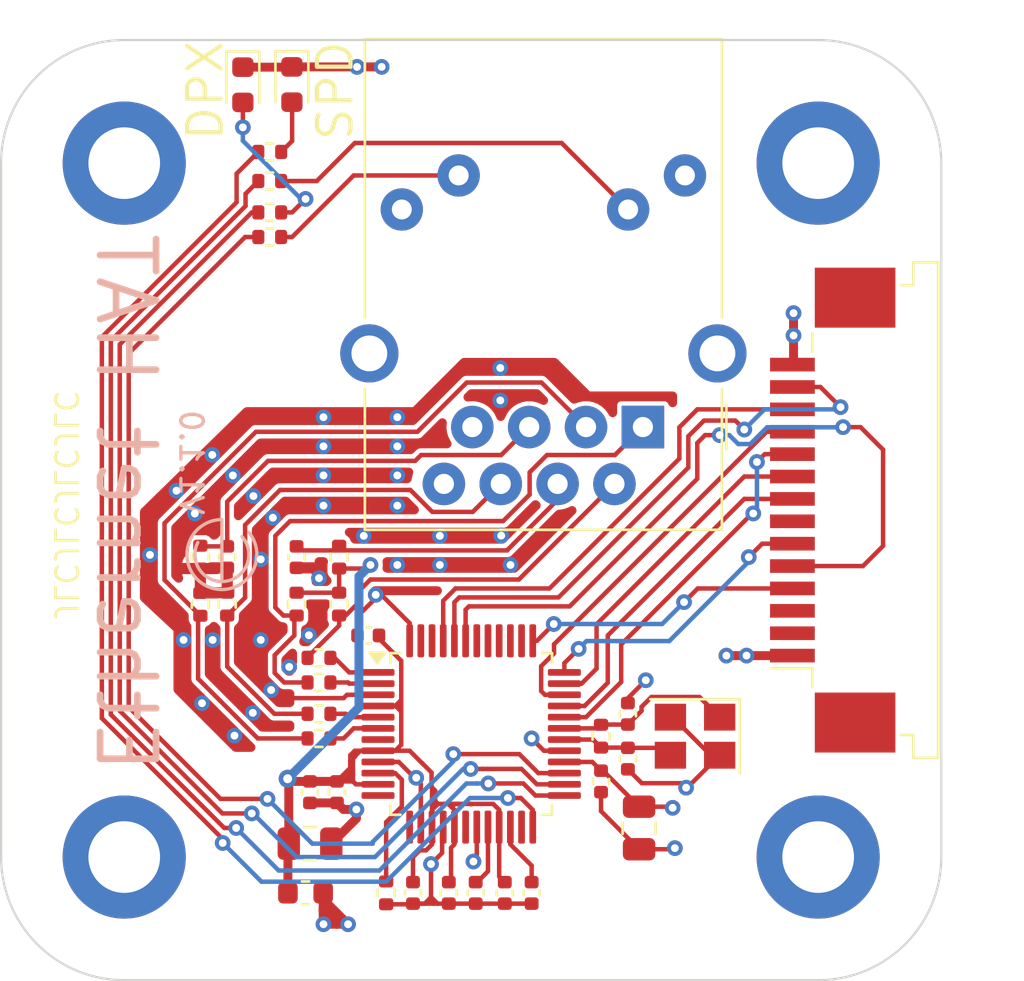
<source format=kicad_pcb>
(kicad_pcb (version 20240108) (generator "pcbnew") (generator_version "8.0")
  (layers (0 "F.Cu" signal) (1 "In1.Cu" signal) (2 "In2.Cu" signal) (31 "B.Cu" signal) (34 "B.Paste" user) (35 "F.Paste" user) (36 "B.SilkS" user "B.Silkscreen") (37 "F.SilkS" user "F.Silkscreen") (38 "B.Mask" user) (39 "F.Mask" user) (44 "Edge.Cuts" user))
  (net 0 "")
  (net 1 "GND")
  (net 2 "Net-(U1-XI{slash}CLKIN)")
  (net 3 "Net-(U1-XO)")
  (net 4 "RCT")
  (net 5 "TCT")
  (net 6 "Net-(U1-TOCAP)")
  (net 8 "Net-(U1-1V2O)")
  (net 12 "3V3A")
  (net 13 "+3.3V")
  (net 15 "Net-(D1-A)")
  (net 16 "Net-(D2-A)")
  (net 17 "/TD+")
  (net 18 "/RD+")
  (net 19 "/TD-")
  (net 20 "Net-(J1-LEDY_K)")
  (net 21 "Net-(J1-LEDG_K)")
  (net 22 "/RD-")
  (net 23 "MISO")
  (net 24 "AUX3")
  (net 25 "MOSI")
  (net 26 "AUX4")
  (net 27 "ETH_CS")
  (net 28 "AUX2")
  (net 34 "SDA1")
  (net 35 "AUX1")
  (net 36 "SCK")
  (net 39 "SCL1")
  (net 40 "AUX5")
  (net 41 "AUX6")
  (net 42 "Net-(U1-TXP)")
  (net 43 "Net-(U1-TXN)")
  (net 44 "Net-(U1-RXP)")
  (net 45 "Net-(U1-RXN)")
  (net 46 "Net-(U1-EXRES1)")
  (net 47 "Net-(U1-LINKLED)")
  (net 48 "Net-(U1-ACTLED)")
  (net 50 "Net-(U1-DUPLED)")
  (net 51 "Net-(U1-SPDLED)")
  (footprint "Resistor_SMD:R_0402_1005Metric" (layer "F.Cu") (at 142.2 104.2 -90)
    (property "Reference" "R7" (hide yes))
    (property "Value" "49.9" (hide yes))
  )
  (footprint "Resistor_SMD:R_0402_1005Metric" (layer "F.Cu") (at 141 84)
    (property "Reference" "R14" (hide yes))
    (property "Value" "330" (hide yes))
  )
  (footprint "Capacitor_SMD:C_0805_2012Metric" (layer "F.Cu") (at 142.8 114.9)
    (property "Reference" "C7" (hide yes))
    (property "Value" "10uf")
  )
  (footprint "Capacitor_SMD:C_0402_1005Metric" (layer "F.Cu") (at 155.8 112.12 -90)
    (property "Reference" "C15" (hide yes))
    (property "Value" "0.1uf")
  )
  (footprint "Capacitor_SMD:C_0402_1005Metric" (layer "F.Cu") (at 142.8 112.6 -90)
    (property "Reference" "C11" (hide yes))
    (property "Value" "0.1uf")
  )
  (footprint "Capacitor_SMD:C_0402_1005Metric" (layer "F.Cu") (at 145.4 105.6 180)
    (property "Reference" "C10" (hide yes))
    (property "Value" "0.1uf")
  )
  (footprint "LED_SMD:LED_0603_1608Metric" (layer "F.Cu") (at 139.8 81 -90)
    (property "Reference" "D2" (hide yes))
    (property "Value" "LED" (hide yes))
  )
  (footprint "Resistor_SMD:R_0402_1005Metric" (layer "F.Cu") (at 137.9 102.1 90)
    (property "Reference" "R15" (hide yes))
    (property "Value" "10" (hide yes))
  )
  (footprint "Resistor_SMD:R_0402_1005Metric" (layer "F.Cu") (at 141 85.3)
    (property "Reference" "R10" (hide yes))
    (property "Value" "330" (hide yes))
  )
  (footprint "Capacitor_SMD:C_0402_1005Metric" (layer "F.Cu") (at 144 112.6 -90)
    (property "Reference" "C12" (hide yes))
    (property "Value" "0.1uf")
  )
  (footprint "Resistor_SMD:R_0402_1005Metric" (layer "F.Cu") (at 137.9 104.21 -90)
    (property "Reference" "R16" (hide yes))
    (property "Value" "49.9" (hide yes))
  )
  (footprint "Resistor_SMD:R_0402_1005Metric" (layer "F.Cu") (at 141 87.8)
    (property "Reference" "R11" (hide yes))
    (property "Value" "330" (hide yes))
  )
  (footprint "Capacitor_SMD:C_0402_1005Metric" (layer "F.Cu") (at 157 111.1 90)
    (property "Reference" "C1" (hide yes))
    (property "Value" "C18pF")
  )
  (footprint "Resistor_SMD:R_0402_1005Metric" (layer "F.Cu") (at 143.2 109.1 180)
    (property "Reference" "R5" (hide yes))
    (property "Value" "33" (hide yes))
  )
  (footprint "Capacitor_SMD:C_0402_1005Metric" (layer "F.Cu") (at 139.1 102.1 -90)
    (property "Reference" "C3" (hide yes))
    (property "Value" "10nF" (hide yes))
  )
  (footprint "Resistor_SMD:R_0402_1005Metric" (layer "F.Cu") (at 141 86.7)
    (property "Reference" "R13" (hide yes))
    (property "Value" "330" (hide yes))
  )
  (footprint "Crystal:Crystal_SMD_3225-4Pin_3.2x2.5mm" (layer "F.Cu") (at 160 110.1 180)
    (property "Reference" "Y1" (hide yes))
    (property "Value" "Crystal_25MHz")
  )
  (footprint "Capacitor_SMD:C_0402_1005Metric" (layer "F.Cu") (at 147.4 117.1 -90)
    (property "Reference" "C8" (hide yes))
    (property "Value" "0.1uf")
  )
  (footprint "Capacitor_SMD:C_0402_1005Metric" (layer "F.Cu") (at 157 109.1 90)
    (property "Reference" "C2" (hide yes))
    (property "Value" "C18pF")
  )
  (footprint "MountingHole:MountingHole_3.2mm_M3_ISO14580_Pad" (layer "F.Cu") (at 165.5 115.5)
    (property "Reference" "H2" (hide yes))
    (property "Value" "MountingHole" (hide yes))
  )
  (footprint "Resistor_SMD:R_0402_1005Metric" (layer "F.Cu") (at 146.2 117.1 -90)
    (property "Reference" "R8" (hide yes))
    (property "Value" "12.4k")
  )
  (footprint "Resistor_SMD:R_0402_1005Metric" (layer "F.Cu") (at 143.2 106.6 180)
    (property "Reference" "R3" (hide yes))
    (property "Value" "33" (hide yes))
  )
  (footprint "Resistor_SMD:R_0402_1005Metric" (layer "F.Cu") (at 139.1 104.2 -90)
    (property "Reference" "R17" (hide yes))
    (property "Value" "49.9" (hide yes))
  )
  (footprint "Capacitor_SMD:C_0805_2012Metric" (layer "F.Cu") (at 157.5 114.2 -90)
    (property "Reference" "C14" (hide yes))
    (property "Value" "10uf")
  )
  (footprint "Resistor_SMD:R_0402_1005Metric" (layer "F.Cu") (at 143.2 110.2 180)
    (property "Reference" "R4" (hide yes))
    (property "Value" "33" (hide yes))
  )
  (footprint "Resistor_SMD:R_0402_1005Metric" (layer "F.Cu") (at 155.8 110.1 90)
    (property "Reference" "R1" (hide yes))
    (property "Value" "R1M")
  )
  (footprint "Package_QFP:LQFP-48_7x7mm_P0.5mm" (layer "F.Cu") (at 150 110)
    (property "Reference" "U1" (hide yes))
    (property "Value" "W5500")
  )
  (footprint "Capacitor_SMD:C_0402_1005Metric" (layer "F.Cu") (at 142.2 102.1 -90)
    (property "Reference" "C4" (hide yes))
    (property "Value" "22nF" (hide yes))
  )
  (footprint "MountingHole:MountingHole_3.2mm_M3_ISO14580_Pad" (layer "F.Cu") (at 165.5 84.5)
    (property "Reference" "H4" (hide yes))
    (property "Value" "MountingHole" (hide yes))
  )
  (footprint "LED_SMD:LED_0603_1608Metric" (layer "F.Cu") (at 141.99 80.9875 -90)
    (property "Reference" "D1" (hide yes))
    (property "Value" "LED" (hide yes))
  )
  (footprint "MountingHole:MountingHole_3.2mm_M3_ISO14580_Pad" (layer "F.Cu") (at 134.5 84.5)
    (property "Reference" "H1" (hide yes))
    (property "Value" "MountingHole" (hide yes))
  )
  (footprint "Resistor_SMD:R_0402_1005Metric" (layer "F.Cu") (at 143.2 107.7 180)
    (property "Reference" "R2" (hide yes))
    (property "Value" "33" (hide yes))
  )
  (footprint "Inductor_SMD:L_0603_1608Metric" (layer "F.Cu") (at 142.6 117.1 180)
    (property "Reference" "L1" (hide yes))
    (property "Value" "10uH")
  )
  (footprint "Capacitor_SMD:C_0402_1005Metric" (layer "F.Cu") (at 151.5 117.1 -90)
    (property "Reference" "C13" (hide yes))
    (property "Value" "0.1uf")
  )
  (footprint "Resistor_SMD:R_0402_1005Metric" (layer "F.Cu") (at 144.1 102.1 90)
    (property "Reference" "R12" (hide yes))
    (property "Value" "10" (hide yes))
  )
  (footprint "MountingHole:MountingHole_3.2mm_M3_ISO14580_Pad" (layer "F.Cu") (at 134.5 115.5)
    (property "Reference" "H3" (hide yes))
    (property "Value" "MountingHole" (hide yes))
  )
  (footprint "Connector_FFC-FPC:TE_1-84952-4_1x14-1MP_P1.0mm_Horizontal" (layer "F.Cu") (at 166.15 100 90)
    (property "Reference" "J2" (hide yes))
    (property "Value" "1-84952-4")
  )
  (footprint "Resistor_SMD:R_0402_1005Metric" (layer "F.Cu") (at 144.1 104.2 -90)
    (property "Reference" "R6" (hide yes))
    (property "Value" "49.9" (hide yes))
  )
  (footprint "Capacitor_SMD:C_0402_1005Metric" (layer "F.Cu") (at 152.7 117.1 -90)
    (property "Reference" "C6" (hide yes))
    (property "Value" "10nf")
  )
  (footprint "Capacitor_SMD:C_0402_1005Metric" (layer "F.Cu") (at 149 117.1 -90)
    (property "Reference" "C9" (hide yes))
    (property "Value" "0.1uf")
  )
  (footprint "Capacitor_SMD:C_0402_1005Metric" (layer "F.Cu") (at 150.2 117.1 -90)
    (property "Reference" "C5" (hide yes))
    (property "Value" "4.7uf")
  )
  (footprint "Connector_RJ:RJ45_Amphenol_RJMG1BD3B8K1ANR" (layer "F.Cu") (at 157.67 96.29 180)
    (property "Reference" "J1" (hide yes))
    (property "Value" "RJ45_Amphenol_RJMG1BD3B8K1ANR")
  )
  (gr_arc (start 140.062551 100.985426) (mid 138.200029 103.399939) (end 138.862552 100.423376) (stroke (width 0.15)) (layer "B.SilkS"))
  (gr_line (start 138.862552 103.185425) (end 138.862552 100.423376) (stroke (width 0.15)) (layer "B.SilkS"))
  (gr_arc (start 139.762552 101.185425) (mid 139.020442 103.179201) (end 137.785519 101.44691) (stroke (width 0.15)) (layer "B.SilkS"))
  (gr_arc (start 165.5 79) (mid 169.389087 80.610913) (end 171 84.5) (stroke (width 0.1)) (layer "Edge.Cuts"))
  (gr_arc (start 134.5 120.999999) (mid 130.610913 119.389087) (end 129.000001 115.5) (stroke (width 0.1)) (layer "Edge.Cuts"))
  (gr_line (start 129 115.5) (end 129 84.5) (stroke (width 0.1)) (layer "Edge.Cuts"))
  (gr_arc (start 171 115.5) (mid 169.389087 119.389087) (end 165.5 121) (stroke (width 0.1)) (layer "Edge.Cuts"))
  (gr_line (start 134.5 79) (end 165.5 79) (stroke (width 0.1)) (layer "Edge.Cuts"))
  (gr_line (start 171 84.5) (end 171 115.5) (stroke (width 0.1)) (layer "Edge.Cuts"))
  (gr_arc (start 129 84.5) (mid 130.610912 80.610912) (end 134.5 79) (stroke (width 0.1)) (layer "Edge.Cuts"))
  (gr_line (start 165.5 121) (end 134.5 120.999999) (stroke (width 0.1)) (layer "Edge.Cuts"))
  (gr_text "V1.1.0" (at 136.9 100.3 270) (layer "B.SilkS") (effects (font (size 1 1)) (justify left bottom mirror)))
  (gr_text "Ethernet HAT" (at 133.1 111.9 -90) (layer "B.SilkS") (effects (font (size 2.5 2.5) (thickness 0.3) (bold yes)) (justify left bottom mirror)))
  (gr_text "SPD" (at 144.8 83.6 90) (layer "F.SilkS") (effects (font (size 1.5 1.5) (thickness 0.1875)) (justify left bottom)))
  (gr_text "DPX" (at 139 83.6 90) (layer "F.SilkS") (effects (font (size 1.5 1.5) (thickness 0.1875)) (justify left bottom)))
  (gr_text "JLCJLCJLCJLC" (at 131.3 105 270) (layer "F.SilkS") (effects (font (size 1 1) (thickness 0.125)) (justify left bottom mirror)))
  (segment (start 155.8 113.45) (end 157.5 115.15) (width 0.2) (layer "F.Cu") (net 1))
  (segment (start 148.204011 117.3) (end 148.22 117.3) (width 0.2) (layer "F.Cu") (net 1))
  (segment (start 148.5 117.58) (end 151.5 117.58) (width 0.2) (layer "F.Cu") (net 1))
  (segment (start 139.8 80.2125) (end 141.9775 80.2125) (width 0.4) (layer "F.Cu") (net 1))
  (segment (start 143.2 103.04) (end 142.74 102.58) (width 0.2) (layer "F.Cu") (net 1))
  (segment (start 160.7 110.95) (end 161.1 110.95) (width 0.2) (layer "F.Cu") (net 1))
  (segment (start 147.25 105.8375) (end 147.25 105.05) (width 0.2) (layer "F.Cu") (net 1))
  (segment (start 142.8 113.08) (end 144 113.08) (width 0.4) (layer "F.Cu") (net 1))
  (segment (start 150.2 115.7) (end 150.1 115.7) (width 0.2) (layer "F.Cu") (net 1))
  (segment (start 157 108.62) (end 157 108.4) (width 0.2) (layer "F.Cu") (net 1))
  (segment (start 159.05 115.15) (end 159.1 115.1) (width 0.2) (layer "F.Cu") (net 1))
  (segment (start 144.45 108.25) (end 144.3 108.4) (width 0.2) (layer "F.Cu") (net 1))
  (segment (start 159.6 112.4) (end 159.8 112.2) (width 0.2) (layer "F.Cu") (net 1))
  (segment (start 148.152005 117.432005) (end 148.3 117.58) (width 0.2) (layer "F.Cu") (net 1))
  (segment (start 147.544546 112.032998) (end 147.75 112.238452) (width 0.2) (layer "F.Cu") (net 1))
  (segment (start 148.7 115.31507) (end 148.204011 115.811059) (width 0.2) (layer "F.Cu") (net 1))
  (segment (start 147.544546 111.958556) (end 147.470104 111.958556) (width 0.2) (layer "F.Cu") (net 1))
  (segment (start 148.204011 117.3) (end 148.204011 115.811059) (width 0.2) (layer "F.Cu") (net 1))
  (segment (start 159.4 112.2) (end 159.6 112.4) (width 0.2) (layer "F.Cu") (net 1))
  (segment (start 141.425428 108.4) (end 141.062714 108.037286) (width 0.2) (layer "F.Cu") (net 1))
  (segment (start 151.5 117.58) (end 152.7 117.58) (width 0.2) (layer "F.Cu") (net 1))
  (segment (start 142.74 102.58) (end 142.2 102.58) (width 0.2) (layer "F.Cu") (net 1))
  (segment (start 146.2 117.61) (end 147.37 117.61) (width 0.2) (layer "F.Cu") (net 1))
  (segment (start 158.9 109.25) (end 159 109.25) (width 0.2) (layer "F.Cu") (net 1))
  (segment (start 144.9 80.2) (end 146 80.2) (width 0.4) (layer "F.Cu") (net 1))
  (segment (start 148.152005 117.352005) (end 148.204011 117.3) (width 0.2) (layer "F.Cu") (net 1))
  (segment (start 164.4 93.5) (end 164.4 92.2) (width 0.4) (layer "F.Cu") (net 1))
  (segment (start 145.73462 103.931066) (end 145.73462 103.78462) (width 0.2) (layer "F.Cu") (net 1))
  (segment (start 147.37 117.61) (end 147.4 117.58) (width 0.2) (layer "F.Cu") (net 1))
  (segment (start 157 108.4) (end 157.8 107.6) (width 0.2) (layer "F.Cu") (net 1))
  (segment (start 144.870245 113.371679) (end 144.870245 113.779755) (width 0.4) (layer "F.Cu") (net 1))
  (segment (start 145.8375 108.25) (end 144.45 108.25) (width 0.2) (layer "F.Cu") (net 1))
  (segment (start 144.291679 113.371679) (end 144 113.08) (width 0.4) (layer "F.Cu") (net 1))
  (segment (start 157.62 112.2) (end 159.4 112.2) (width 0.2) (layer "F.Cu") (net 1))
  (segment (start 159 109.25) (end 160.7 110.95) (width 0.2) (layer "F.Cu") (net 1))
  (segment (start 146.761548 111.25) (end 145.8375 111.25) (width 0.2) (layer "F.Cu") (net 1))
  (segment (start 147.470104 111.958556) (end 146.761548 111.25) (width 0.2) (layer "F.Cu") (net 1))
  (segment (start 152.7 110.2) (end 153.25 110.75) (width 0.2) (layer "F.Cu") (net 1))
  (segment (start 144.870245 113.371679) (end 144.291679 113.371679) (width 0.4) (layer "F.Cu") (net 1))
  (segment (start 147.4 117.58) (end 147.924011 117.58) (width 0.2) (layer "F.Cu") (net 1))
  (segment (start 159.85 112.2) (end 161.1 110.95) (width 0.2) (layer "F.Cu") (net 1))
  (segment (start 147.544546 111.958556) (end 147.544546 112.032998) (width 0.2) (layer "F.Cu") (net 1))
  (segment (start 144.3 108.4) (end 141.425428 108.4) (width 0.2) (layer "F.Cu") (net 1))
  (segment (start 141.99 80.2) (end 144.9 80.2) (width 0.4) (layer "F.Cu") (net 1))
  (segment (start 147.924011 117.58) (end 148.152005 117.352005) (width 0.2) (layer "F.Cu") (net 1))
  (segment (start 148.3 117.58) (end 148.5 117.58) (width 0.2) (layer "F.Cu") (net 1))
  (segment (start 148.75 114.1625) (end 148.7 114.2125) (width 0.2) (layer "F.Cu") (net 1))
  (segment (start 157 111.58) (end 157.62 112.2) (width 0.2) (layer "F.Cu") (net 1))
  (segment (start 164.4 92.2) (end 164.4 91.2) (width 0.4) (layer "F.Cu") (net 1))
  (segment (start 150.25 115.65) (end 150.2 115.7) (width 0.2) (layer "F.Cu") (net 1))
  (segment (start 155.8 112.6) (end 155.8 113.45) (width 0.2) (layer "F.Cu") (net 1))
  (segment (start 141.9775 80.2125) (end 141.99 80.2) (width 0.4) (layer "F.Cu") (net 1))
  (segment (start 147.4 117.58) (end 148.3 117.58) (width 0.2) (layer "F.Cu") (net 1))
  (segment (start 148.7 114.2125) (end 148.7 115.31507) (width 0.2) (layer "F.Cu") (net 1))
  (segment (start 147.25 105.05) (end 145.98462 103.78462) (width 0.2) (layer "F.Cu") (net 1))
  (segment (start 150.25 114.1625) (end 150.25 115.65) (width 0.2) (layer "F.Cu") (net 1))
  (segment (start 159.8 112.2) (end 159.85 112.2) (width 0.2) (layer "F.Cu") (net 1))
  (segment (start 157.5 115.15) (end 159.05 115.15) (width 0.2) (layer "F.Cu") (net 1))
  (segment (start 153.25 110.75) (end 154.1625 110.75) (width 0.2) (layer "F.Cu") (net 1))
  (segment (start 145.98462 103.78462) (end 145.73462 103.78462) (width 0.2) (layer "F.Cu") (net 1))
  (segment (start 144.92 104.745686) (end 145.73462 103.931066) (width 0.2) (layer "F.Cu") (net 1))
  (segment (start 150.1 115.8) (end 150.2 115.7) (width 0.2) (layer "F.Cu") (net 1))
  (segment (start 150.1 115.7) (end 150.1 115.8) (width 0.2) (layer "F.Cu") (net 1))
  (segment (start 148.152005 117.352005) (end 148.152005 117.432005) (width 0.2) (layer "F.Cu") (net 1))
  (segment (start 148.22 117.3) (end 148.5 117.58) (width 0.2) (layer "F.Cu") (net 1))
  (segment (start 144.92 105.6) (end 144.92 104.745686) (width 0.2) (layer "F.Cu") (net 1))
  (segment (start 144.870245 113.779755) (end 143.75 114.9) (width 0.4) (layer "F.Cu") (net 1))
  (segment (start 147.75 112.238452) (end 147.75 114.1625) (width 0.2) (layer "F.Cu") (net 1))
  (via (at 146.7 97.15) (size 0.7) (drill 0.35) (layers "F.Cu" "B.Cu") (net 1))
  (via (at 164.4 92.2) (size 0.7) (drill 0.35) (layers "F.Cu" "B.Cu") (net 1))
  (via (at 143.4 95.85) (size 0.7) (drill 0.35) (layers "F.Cu" "B.Cu") (net 1))
  (via (at 157.8 107.6) (size 0.7) (drill 0.35) (layers "F.Cu" "B.Cu") (net 1))
  (via (at 137.651901 100.151902) (size 0.7) (drill 0.35) (layers "F.Cu" "B.Cu") (net 1))
  (via (at 143.4 99.8) (size 0.7) (drill 0.35) (layers "F.Cu" "B.Cu") (net 1))
  (via (at 139.351901 98.451901) (size 0.7) (drill 0.35) (layers "F.Cu" "B.Cu") (net 1))
  (via (at 137.974235 108.625765) (size 0.7) (drill 0.35) (layers "F.Cu" "B.Cu") (net 1))
  (via (at 140.6 105.8) (size 0.7) (drill 0.35) (layers "F.Cu" "B.Cu") (net 1))
  (via (at 146.7 102.45) (size 0.7) (drill 0.35) (layers "F.Cu" "B.Cu") (net 1))
  (via (at 164.4 91.2) (size 0.7) (drill 0.35) (layers "F.Cu" "B.Cu") (net 1))
  (via (at 136.832319 99.133005) (size 0.7) (drill 0.35) (layers "F.Cu" "B.Cu") (net 1))
  (via (at 147.544546 111.958556) (size 0.7) (drill 0.35) (layers "F.Cu" "B.Cu") (net 1))
  (via (at 150.1 115.7) (size 0.7) (drill 0.35) (layers "F.Cu" "B.Cu") (net 1))
  (via (at 143.4 98.45) (size 0.7) (drill 0.35) (layers "F.Cu" "B.Cu") (net 1))
  (via (at 148.204011 115.811059) (size 0.7) (drill 0.35) (layers "F.Cu" "B.Cu") (net 1))
  (via (at 145.2 101.15) (size 0.7) (drill 0.35) (layers "F.Cu" "B.Cu") (net 1))
  (via (at 144.9 80.2) (size 0.7) (drill 0.35) (layers "F.Cu" "B.Cu") (net 1))
  (via (at 159.6 112.4) (size 0.7) (drill 0.35) (layers "F.Cu" "B.Cu") (net 1))
  (via (at 152.7 110.2) (size 0.7) (drill 0.35) (layers "F.Cu" "B.Cu") (net 1))
  (via (at 151.3 93.65) (size 0.7) (drill 0.35) (layers "F.Cu" "B.Cu") (net 1))
  (via (at 143.2 103.04) (size 0.7) (drill 0.35) (layers "F.Cu" "B.Cu") (net 1))
  (via (at 151.34038 101.14038) (size 0.7) (drill 0.35) (layers "F.Cu" "B.Cu") (net 1))
  (via (at 159.1 115.1) (size 0.7) (drill 0.35) (layers "F.Cu" "B.Cu") (net 1))
  (via (at 148.6 101.15) (size 0.7) (drill 0.35) (layers "F.Cu" "B.Cu") (net 1))
  (via (at 146.7 99.8) (size 0.7) (drill 0.35) (layers "F.Cu" "B.Cu") (net 1))
  (via (at 135.65 102) (size 0.7) (drill 0.35) (layers "F.Cu" "B.Cu") (net 1))
  (via (at 138.45 105.8) (size 0.7) (drill 0.35) (layers "F.Cu" "B.Cu") (net 1))
  (via (at 140.243474 109.056525) (size 0.7) (drill 0.35) (layers "F.Cu" "B.Cu") (net 1))
  (via (at 146.7 98.45) (size 0.7) (drill 0.35) (layers "F.Cu" "B.Cu") (net 1))
  (via (at 140.27114 99.371141) (size 0.7) (drill 0.35) (layers "F.Cu" "B.Cu") (net 1))
  (via (at 144.870245 113.371679) (size 0.7) (drill 0.35) (layers "F.Cu" "B.Cu") (net 1))
  (via (at 137.15 105.8) (size 0.7) (drill 0.35) (layers "F.Cu" "B.Cu") (net 1))
  (via (at 146 80.2) (size 0.7) (drill 0.35) (layers "F.Cu" "B.Cu") (net 1))
  (via (at 146.7 95.85) (size 0.7) (drill 0.35) (layers "F.Cu" "B.Cu") (net 1))
  (via (at 139.424235 110.075765) (size 0.7) (drill 0.35) (layers "F.Cu" "B.Cu") (net 1))
  (via (at 141.870001 107.006094) (size 0.7) (drill 0.35) (layers "F.Cu" "B.Cu") (net 1))
  (via (at 151.75538 102.45) (size 0.7) (drill 0.35) (layers "F.Cu" "B.Cu") (net 1))
  (via (at 141.14038 100.34038) (size 0.7) (drill 0.35) (layers "F.Cu" "B.Cu") (net 1))
  (via (at 140.6 102.2) (size 0.7) (drill 0.35) (layers "F.Cu" "B.Cu") (net 1))
  (via (at 138.43266 97.532664) (size 0.7) (drill 0.35) (layers "F.Cu" "B.Cu") (net 1))
  (via (at 145.73462 103.78462) (size 0.7) (drill 0.35) (layers "F.Cu" "B.Cu") (net 1))
  (via (at 141.062714 108.037286) (size 0.7) (drill 0.35) (layers "F.Cu" "B.Cu") (net 1))
  (via (at 143.4 97.15) (size 0.7) (drill 0.35) (layers "F.Cu" "B.Cu") (net 1))
  (via (at 142.75 105.59038) (size 0.7) (drill 0.35) (layers "F.Cu" "B.Cu") (net 1))
  (via (at 151.3 95.1) (size 0.7) (drill 0.35) (layers "F.Cu" "B.Cu") (net 1))
  (via (at 148.6 102.45) (size 0.7) (drill 0.35) (layers "F.Cu" "B.Cu") (net 1))
  (segment (start 157 110.62) (end 158.57 110.62) (width 0.2) (layer "F.Cu") (net 2))
  (segment (start 156.99 110.61) (end 157 110.62) (width 0.2) (layer "F.Cu") (net 2))
  (segment (start 155.8 110.61) (end 156.99 110.61) (width 0.2) (layer "F.Cu") (net 2))
  (segment (start 155.44 110.25) (end 155.8 110.61) (width 0.2) (layer "F.Cu") (net 2))
  (segment (start 158.57 110.62) (end 158.9 110.95) (width 0.2) (layer "F.Cu") (net 2))
  (segment (start 154.1625 110.25) (end 155.44 110.25) (width 0.2) (layer "F.Cu") (net 2))
  (segment (start 158.05 108.35) (end 157.61 108.79) (width 0.2) (layer "F.Cu") (net 3))
  (segment (start 155.81 109.58) (end 155.8 109.59) (width 0.2) (layer "F.Cu") (net 3))
  (segment (start 155.8 109.59) (end 155.64 109.75) (width 0.2) (layer "F.Cu") (net 3))
  (segment (start 157.61 108.97) (end 157 109.58) (width 0.2) (layer "F.Cu") (net 3))
  (segment (start 160.2 108.35) (end 158.05 108.35) (width 0.2) (layer "F.Cu") (net 3))
  (segment (start 161.1 109.25) (end 160.2 108.35) (width 0.2) (layer "F.Cu") (net 3))
  (segment (start 155.64 109.75) (end 154.1625 109.75) (width 0.2) (layer "F.Cu") (net 3))
  (segment (start 157 109.58) (end 155.81 109.58) (width 0.2) (layer "F.Cu") (net 3))
  (segment (start 157.61 108.79) (end 157.61 108.97) (width 0.2) (layer "F.Cu") (net 3))
  (segment (start 140.923042 97.8) (end 139.1 99.623042) (width 0.2) (layer "F.Cu") (net 4))
  (segment (start 147.76 97.54) (end 147.5 97.8) (width 0.2) (layer "F.Cu") (net 4))
  (segment (start 139.1 99.623042) (end 139.1 101.62) (width 0.2) (layer "F.Cu") (net 4))
  (segment (start 147.5 97.8) (end 140.923042 97.8) (width 0.2) (layer "F.Cu") (net 4))
  (segment (start 137.93 101.62) (end 137.9 101.59) (width 0.2) (layer "F.Cu") (net 4))
  (segment (start 152.59 96.29) (end 151.34 97.54) (width 0.2) (layer "F.Cu") (net 4))
  (segment (start 139.1 101.62) (end 137.93 101.62) (width 0.2) (layer "F.Cu") (net 4))
  (segment (start 151.34 97.54) (end 147.76 97.54) (width 0.2) (layer "F.Cu") (net 4))
  (segment (start 153.86 98.83) (end 153.86 99.54) (width 0.2) (layer "F.Cu") (net 5))
  (segment (start 151.6 101.8) (end 142.48 101.8) (width 0.2) (layer "F.Cu") (net 5))
  (segment (start 153.86 99.54) (end 151.6 101.8) (width 0.2) (layer "F.Cu") (net 5))
  (segment (start 142.48 101.8) (end 142.3 101.62) (width 0.2) (layer "F.Cu") (net 5))
  (segment (start 150.265686 116.62) (end 150.75 116.135686) (width 0.2) (layer "F.Cu") (net 6))
  (segment (start 150.2 116.62) (end 150.265686 116.62) (width 0.2) (layer "F.Cu") (net 6))
  (segment (start 150.75 116.135686) (end 150.75 114.1625) (width 0.2) (layer "F.Cu") (net 6))
  (segment (start 151.75 114.1625) (end 151.75 114.93241) (width 0.2) (layer "F.Cu") (net 8))
  (segment (start 151.75 114.93241) (end 152.7 115.88241) (width 0.2) (layer "F.Cu") (net 8))
  (segment (start 152.7 115.88241) (end 152.7 116.62) (width 0.2) (layer "F.Cu") (net 8))
  (segment (start 144.1 102.61) (end 144.1 103.69) (width 0.2) (layer "F.Cu") (net 12))
  (segment (start 144.6 112) (end 144.85 112.25) (width 0.2) (layer "F.Cu") (net 12))
  (segment (start 141.8125 117.1) (end 141.8125 114.9375) (width 0.4) (layer "F.Cu") (net 12))
  (segment (start 151.25 113.39259) (end 150.98241 113.125) (width 0.2) (layer "F.Cu") (net 12))
  (segment (start 147.98241 115.2) (end 147.7 115.2) (width 0.2) (layer "F.Cu") (net 12))
  (segment (start 144.6 112.12) (end 144 112.12) (width 0.2) (layer "F.Cu") (net 12))
  (segment (start 148.8 113.125) (end 149.4 113.125) (width 0.2) (layer "F.Cu") (net 12))
  (segment (start 149.25 114.1625) (end 149.25 114.93241) (width 0.2) (layer "F.Cu") (net 12))
  (segment (start 148.25 112.39259) (end 148.25 113) (width 0.2) (layer "F.Cu") (net 12))
  (segment (start 144.6 110.95) (end 144.8 110.75) (width 0.2) (layer "F.Cu") (net 12))
  (segment (start 147.25 110.75) (end 147.808556 111.308556) (width 0.2) (layer "F.Cu") (net 12))
  (segment (start 148.25 113) (end 148.39259 113) (width 0.2) (layer "F.Cu") (net 12))
  (segment (start 144.8 111.01759) (end 144.8 111) (width 0.2) (layer "F.Cu") (net 12))
  (segment (start 144.6 112.12) (end 144.72 112.12) (width 0.2) (layer "F.Cu") (net 12))
  (segment (start 144.6 111.8) (end 144.6 112) (width 0.2) (layer "F.Cu") (net 12))
  (segment (start 144.6 111.52) (end 144.6 111.4) (width 0.2) (layer "F.Cu") (net 12))
  (segment (start 148.25 113.2) (end 148.25 114.1625) (width 0.2) (layer "F.Cu") (net 12))
  (segment (start 141.85 112.05) (end 141.8 112) (width 0.4) (layer "F.Cu") (net 12))
  (segment (start 144.8 111) (end 145.05 110.75) (width 0.2) (layer "F.Cu") (net 12))
  (segment (start 148.228705 111.723476) (end 148.228705 112.371295) (width 0.2) (layer "F.Cu") (net 12))
  (segment (start 145.05 110.75) (end 145.8375 110.75) (width 0.2) (layer "F.Cu") (net 12))
  (segment (start 151.25 116.37) (end 151.5 116.62) (width 0.2) (layer "F.Cu") (net 12))
  (segment (start 145.8375 110.75) (end 144.8 110.75) (width 0.2) (layer "F.Cu") (net 12))
  (segment (start 144.6 111.21759) (end 144.8 111.01759) (width 0.2) (layer "F.Cu") (net 12))
  (segment (start 144.6 111.6) (end 144.52 111.6) (width 0.2) (layer "F.Cu") (net 12))
  (segment (start 145.34 102.61) (end 144.1 102.61) (width 0.2) (layer "F.Cu") (net 12))
  (segment (start 144.72 112.12) (end 144.85 112.25) (width 0.2) (layer "F.Cu") (net 12))
  (segment (start 144.8 111.01759) (end 144.72 111.09759) (width 0.2) (layer "F.Cu") (net 12))
  (segment (start 144.6 111.2) (end 144.6 111.6) (width 0.2) (layer "F.Cu") (net 12))
  (segment (start 146.6 108.75) (end 146.625 108.75) (width 0.2) (layer "F.Cu") (net 12))
  (segment (start 142.2 103.69) (end 144.1 103.69) (width 0.2) (layer "F.Cu") (net 12))
  (segment (start 144.6 111.2) (end 144.8 111) (width 0.2) (layer "F.Cu") (net 12))
  (segment (start 141.92 112.12) (end 141.8 112) (width 0.4) (layer "F.Cu") (net 12))
  (segment (start 148.98241 113.125) (end 148.8 113.125) (width 0.2) (layer "F.Cu") (net 12))
  (segment (start 146.725 108.75) (end 146.875 108.6) (width 0.2) (layer "F.Cu") (net 12))
  (segment (start 149.25 114.1625) (end 149.25 113.39259) (width 0.2) (layer "F.Cu") (net 12))
  (segment (start 145.8375 108.75) (end 146.60741 108.75) (width 0.2) (layer "F.Cu") (net 12))
  (segment (start 149.128705 113.271295) (end 148.98241 113.125) (width 0.2) (layer "F.Cu") (net 12))
  (segment (start 142.8 112.12) (end 144 112.12) (width 0.4) (layer "F.Cu") (net 12))
  (segment (start 148.25 113.2) (end 148.44259 113.2) (width 0.2) (layer "F.Cu") (net 12))
  (segment (start 146.6 108.75) (end 146.725 108.75) (width 0.2) (layer "F.Cu") (net 12))
  (segment (start 148.39259 113) (end 148.39259 112.53518) (width 0.2) (layer "F.Cu") (net 12))
  (segment (start 146.875 108.2) (end 146.875 108.6) (width 0.2) (layer "F.Cu") (net 12))
  (segment (start 144.6 111.4) (end 144.6 111.2) (width 0.2) (layer "F.Cu") (net 12))
  (segment (start 148.25 114.93241) (end 147.98241 115.2) (width 0.2) (layer "F.Cu") (net 12))
  (segment (start 145.8375 110.75) (end 146.60741 110.75) (width 0.2) (layer "F.Cu") (net 12))
  (segment (start 149.275 113.125) (end 149.128705 113.271295) (width 0.2) (layer "F.Cu") (net 12))
  (segment (start 144.85 112.25) (end 145.8375 112.25) (width 0.2) (layer "F.Cu") (net 12))
  (segment (start 150.01759 113.125) (end 150 113.14259) (width 0.2) (layer "F.Cu") (net 12))
  (segment (start 145.8 105.65741) (end 146.875 106.73241) (width 0.2) (layer "F.Cu") (net 12))
  (segment (start 144.6 111.2) (end 144.6 110.95) (width 0.2) (layer "F.Cu") (net 12))
  (segment (start 145.5 102.45) (end 145.34 102.61) (width 0.2) (layer "F.Cu") (net 12))
  (segment (start 148.51759 113.125) (end 148.39259 113) (width 0.2) (layer "F.Cu") (net 12))
  (segment (start 149.25 113.39259) (end 149.128705 113.271295) (width 0.2) (layer "F.Cu") (net 12))
  (segment (start 146.875 106.73241) (end 146.875 108.2) (width 0.2) (layer "F.Cu") (net 12))
  (segment (start 149.1 115.08241) (end 149.1 116.52) (width 0.2) (layer "F.Cu") (net 12))
  (segment (start 144.72 111.09759) (end 144.72 112.12) (width 0.2) (layer "F.Cu") (net 12))
  (segment (start 142.8 112.12) (end 141.92 112.12) (width 0.4) (layer "F.Cu") (net 12))
  (segment (start 144.6 111.6) (end 144.6 111.8) (width 0.2) (layer "F.Cu") (net 12))
  (segment (start 149.25 114.93241) (end 149.1 115.08241) (width 0.2) (layer "F.Cu") (net 12))
  (segment (start 150 113.14259) (end 149.98241 113.125) (width 0.2) (layer "F.Cu") (net 12))
  (segment (start 148.25 113.39259) (end 148.51759 113.125) (width 0.2) (layer "F.Cu") (net 12))
  (segment (start 147.7 115.2) (end 147.4 115.5) (width 0.2) (layer "F.Cu") (net 12))
  (segment (start 147.808556 111.308556) (end 147.813785 111.308556) (width 0.2) (layer "F.Cu") (net 12))
  (segment (start 146.625 108.75) (end 146.875 109) (width 0.2) (layer "F.Cu") (net 12))
  (segment (start 146.875 110.48241) (end 146.60741 110.75) (width 0.2) (layer "F.Cu") (net 12))
  (segment (start 148.44259 113.2) (end 148.51759 113.125) (width 0.2) (layer "F.Cu") (net 12))
  (segment (start 147.4 115.5) (end 147.4 116.62) (width 0.2) (layer "F.Cu") (net 12))
  (segment (start 148.25 113) (end 148.25 113.2) (width 0.2) (layer "F.Cu") (net 12))
  (segment (start 146.60741 110.75) (end 147.25 110.75) (width 0.2) (layer "F.Cu") (net 12))
  (segment (start 148.39259 112.53518) (end 148.228705 112.371295) (width 0.2) (layer "F.Cu") (net 12))
  (segment (start 146.875 108.6) (end 146.875 109) (width 0.2) (layer "F.Cu") (net 12))
  (segment (start 151.25 114.1625) (end 151.25 116.37) (width 0.2) (layer "F.Cu") (net 12))
  (segment (start 146.875 108.48241) (end 146.875 108.2) (width 0.2) (layer "F.Cu") (net 12))
  (segment (start 146.875 109) (end 146.875 110.48241) (width 0.2) (layer "F.Cu") (net 12))
  (segment (start 144.52 111.6) (end 144.26 111.86) (width 0.2) (layer "F.Cu") (net 12))
  (segment (start 144 112.12) (end 144.28 112.12) (width 0.2) (layer "F.Cu") (net 12))
  (segment (start 148.51759 113.125) (end 148.8 113.125) (width 0.2) (layer "F.Cu") (net 12))
  (segment (start 148.25 114.1625) (end 148.25 114.93241) (width 0.2) (layer "F.Cu") (net 12))
  (segment (start 145.8375 108.75) (end 146.6 108.75) (width 0.2) (layer "F.Cu") (net 12))
  (segment (start 144.26 111.86) (end 144 112.12) (width 0.2) (layer "F.Cu") (net 12))
  (segment (start 144.28 112.12) (end 144.6 111.8) (width 0.2) (layer "F.Cu") (net 12))
  (segment (start 141.8125 114.9375) (end 141.85 114.9) (width 0.4) (layer "F.Cu") (net 12))
  (segment (start 144.6 111.4) (end 144.6 111.21759) (width 0.2) (layer "F.Cu") (net 12))
  (segment (start 148.228705 112.371295) (end 148.25 112.39259) (width 0.2) (layer "F.Cu") (net 12))
  (segment (start 148.25 114.1625) (end 148.25 113.39259) (width 0.2) (layer "F.Cu") (net 12))
  (segment (start 149.98241 113.125) (end 149.4 113.125) (width 0.2) (layer "F.Cu") (net 12))
  (segment (start 146.60741 108.75) (end 146.875 108.48241) (width 0.2) (layer "F.Cu") (net 12))
  (segment (start 149.1 116.52) (end 149 116.62) (width 0.2) (layer "F.Cu") (net 12))
  (segment (start 144.26 111.86) (end 144.6 111.52) (width 0.2) (layer "F.Cu") (net 12))
  (segment (start 147.813785 111.308556) (end 148.228705 111.723476) (width 0.2) (layer "F.Cu") (net 12))
  (segment (start 151.25 114.1625) (end 151.25 113.39259) (width 0.2) (layer "F.Cu") (net 12))
  (segment (start 150.98241 113.125) (end 150.01759 113.125) (width 0.2) (layer "F.Cu") (net 12))
  (segment (start 141.85 114.9) (end 141.85 112.05) (width 0.4) (layer "F.Cu") (net 12))
  (segment (start 149.4 113.125) (end 149.275 113.125) (width 0.2) (layer "F.Cu") (net 12))
  (via (at 145.5 102.45) (size 0.7) (drill 0.35) (layers "F.Cu" "B.Cu") (net 12))
  (via (at 141.8 112) (size 0.8) (drill 0.4) (layers "F.Cu" "B.Cu") (net 12))
  (segment (start 144.98462 108.81538) (end 144.98462 102.96538) (width 0.4) (layer "B.Cu") (net 12))
  (segment (start 144.98462 102.96538) (end 145.5 102.45) (width 0.4) (layer "B.Cu") (net 12))
  (segment (start 141.8 112) (end 144.98462 108.81538) (width 0.4) (layer "B.Cu") (net 12))
  (segment (start 143.3875 117.8) (end 143.3875 117.8875) (width 0.4) (layer "F.Cu") (net 13))
  (segment (start 158.95 113.25) (end 159 113.3) (width 0.2) (layer "F.Cu") (net 13))
  (segment (start 144 118.5) (end 143.4 118.5) (width 0.4) (layer "F.Cu") (net 13))
  (segment (start 143.3875 117.1) (end 143.3875 117.8) (width 0.4) (layer "F.Cu") (net 13))
  (segment (start 162.3 106.5) (end 164.35 106.5) (width 0.4) (layer "F.Cu") (net 13))
  (segment (start 155.89 111.64) (end 157.5 113.25) (width 0.2) (layer "F.Cu") (net 13))
  (segment (start 143.3875 117.3875) (end 144.5 118.5) (width 0.4) (layer "F.Cu") (net 13))
  (segment (start 155.41 111.25) (end 154.1625 111.25) (width 0.2) (layer "F.Cu") (net 13))
  (segment (start 161.4 106.5) (end 161.5 106.5) (width 0.4) (layer "F.Cu") (net 13))
  (segment (start 143.3875 117.1) (end 143.3875 117.3875) (width 0.4) (layer "F.Cu") (net 13))
  (segment (start 157.5 113.25) (end 158.95 113.25) (width 0.2) (layer "F.Cu") (net 13))
  (segment (start 155.8 111.64) (end 155.89 111.64) (width 0.2) (layer "F.Cu") (net 13))
  (segment (start 143.3875 117.8) (end 143.3875 118.4875) (width 0.4) (layer "F.Cu") (net 13))
  (segment (start 144.5 118.5) (end 144 118.5) (width 0.4) (layer "F.Cu") (net 13))
  (segment (start 161.4 106.5) (end 162.3 106.5) (width 0.4) (layer "F.Cu") (net 13))
  (segment (start 155.8 111.64) (end 155.41 111.25) (width 0.2) (layer "F.Cu") (net 13))
  (segment (start 143.3875 117.8875) (end 144 118.5) (width 0.4) (layer "F.Cu") (net 13))
  (segment (start 143.3875 118.4875) (end 143.4 118.5) (width 0.4) (layer "F.Cu") (net 13))
  (via (at 143.4 118.5) (size 0.7) (drill 0.35) (layers "F.Cu" "B.Cu") (net 13))
  (via (at 144.5 118.5) (size 0.7) (drill 0.35) (layers "F.Cu" "B.Cu") (net 13))
  (via (at 161.4 106.5) (size 0.7) (drill 0.35) (layers "F.Cu" "B.Cu") (net 13))
  (via (at 159 113.3) (size 0.7) (drill 0.35) (layers "F.Cu" "B.Cu") (net 13))
  (via (at 162.3 106.5) (size 0.7) (drill 0.35) (layers "F.Cu" "B.Cu") (net 13))
  (segment (start 141.51 84) (end 142 83.51) (width 0.2) (layer "F.Cu") (net 15))
  (segment (start 142 83.51) (end 142 81.785) (width 0.2) (layer "F.Cu") (net 15))
  (segment (start 142 81.785) (end 141.99 81.775) (width 0.2) (layer "F.Cu") (net 15))
  (segment (start 139.8 82.9) (end 139.8 81.7875) (width 0.2) (layer "F.Cu") (net 16))
  (segment (start 141.51 86.7) (end 142 86.7) (width 0.2) (layer "F.Cu") (net 16))
  (segment (start 139.8 81.7875) (end 139.8 81.89) (width 0.2) (layer "F.Cu") (net 16))
  (segment (start 142 86.7) (end 142.6 86.1) (width 0.2) (layer "F.Cu") (net 16))
  (via (at 139.8 82.9) (size 0.7) (drill 0.35) (layers "F.Cu" "B.Cu") (net 16))
  (via (at 142.6 86.1) (size 0.7) (drill 0.35) (layers "F.Cu" "B.Cu") (net 16))
  (segment (start 139.8 83.5) (end 142.4 86.1) (width 0.2) (layer "B.Cu") (net 16))
  (segment (start 139.8 82.9) (end 139.8 83.5) (width 0.2) (layer "B.Cu") (net 16))
  (segment (start 142.4 86.1) (end 142.6 86.1) (width 0.2) (layer "B.Cu") (net 16))
  (segment (start 141.220001 106.479999) (end 142.1 105.6) (width 0.2) (layer "F.Cu") (net 17))
  (segment (start 141.25 101.15) (end 141.90962 100.49038) (width 0.2) (layer "F.Cu") (net 17))
  (segment (start 141.220001 107.275333) (end 141.220001 106.479999) (width 0.2) (layer "F.Cu") (net 17))
  (segment (start 141.90962 100.49038) (end 151.427387 100.49038) (width 0.2) (layer "F.Cu") (net 17))
  (segment (start 156.42 97.54) (end 157.67 96.29) (width 0.2) (layer "F.Cu") (net 17))
  (segment (start 151.427387 100.49038) (end 152.61 99.307767) (width 0.2) (layer "F.Cu") (net 17))
  (segment (start 152.61 99.307767) (end 152.61 98.312233) (width 0.2) (layer "F.Cu") (net 17))
  (segment (start 142.1 104.81) (end 142.2 104.71) (width 0.2) (layer "F.Cu") (net 17))
  (segment (start 142.69 107.7) (end 141.644668 107.7) (width 0.2) (layer "F.Cu") (net 17))
  (segment (start 141.644668 107.7) (end 141.220001 107.275333) (width 0.2) (layer "F.Cu") (net 17))
  (segment (start 141.25 104.35) (end 141.25 101.15) (width 0.2) (layer "F.Cu") (net 17))
  (segment (start 153.382233 97.54) (end 156.42 97.54) (width 0.2) (layer "F.Cu") (net 17))
  (segment (start 152.61 98.312233) (end 153.382233 97.54) (width 0.2) (layer "F.Cu") (net 17))
  (segment (start 142.2 104.71) (end 141.61 104.71) (width 0.2) (layer "F.Cu") (net 17))
  (segment (start 142.1 105.6) (end 142.1 104.81) (width 0.2) (layer "F.Cu") (net 17))
  (segment (start 141.61 104.71) (end 141.25 104.35) (width 0.2) (layer "F.Cu") (net 17))
  (segment (start 137.8 104.82) (end 137.9 104.72) (width 0.2) (layer "F.Cu") (net 18))
  (segment (start 149.8 94.3) (end 153.14 94.3) (width 0.2) (layer "F.Cu") (net 18))
  (segment (start 142.69 110.2) (end 140.46771 110.2) (width 0.2) (layer "F.Cu") (net 18))
  (segment (start 153.14 94.3) (end 155.13 96.29) (width 0.2) (layer "F.Cu") (net 18))
  (segment (start 136.3 103.12) (end 136.3 100.584563) (width 0.2) (layer "F.Cu") (net 18))
  (segment (start 137.8 107.53229) (end 137.8 104.82) (width 0.2) (layer "F.Cu") (net 18))
  (segment (start 140.384563 96.5) (end 147.6 96.5) (width 0.2) (layer "F.Cu") (net 18))
  (segment (start 136.3 100.584563) (end 140.384563 96.5) (width 0.2) (layer "F.Cu") (net 18))
  (segment (start 140.46771 110.2) (end 137.8 107.53229) (width 0.2) (layer "F.Cu") (net 18))
  (segment (start 147.6 96.5) (end 149.8 94.3) (width 0.2) (layer "F.Cu") (net 18))
  (segment (start 137.9 104.72) (end 136.3 103.12) (width 0.2) (layer "F.Cu") (net 18))
  (segment (start 145.500001 103.1) (end 145.08462 103.515381) (width 0.2) (layer "F.Cu") (net 19))
  (segment (start 142.69 106.569619) (end 142.69 106.6) (width 0.2) (layer "F.Cu") (net 19))
  (segment (start 144.1 105.159619) (end 142.69 106.569619) (width 0.2) (layer "F.Cu") (net 19))
  (segment (start 145.08462 104.01538) (end 144.39 104.71) (width 0.2) (layer "F.Cu") (net 19))
  (segment (start 144.1 104.71) (end 144.1 105.159619) (width 0.2) (layer "F.Cu") (net 19))
  (segment (start 145.08462 103.515381) (end 145.08462 104.01538) (width 0.2) (layer "F.Cu") (net 19))
  (segment (start 144.39 104.71) (end 144.1 104.71) (width 0.2) (layer "F.Cu") (net 19))
  (segment (start 156.4 98.83) (end 152.13 103.1) (width 0.2) (layer "F.Cu") (net 19))
  (segment (start 152.13 103.1) (end 145.500001 103.1) (width 0.2) (layer "F.Cu") (net 19))
  (segment (start 141.51 87.8) (end 142 87.8) (width 0.2) (layer "F.Cu") (net 20))
  (segment (start 144.75 85.05) (end 149.44 85.05) (width 0.2) (layer "F.Cu") (net 20))
  (segment (start 142 87.8) (end 144.75 85.05) (width 0.2) (layer "F.Cu") (net 20))
  (segment (start 157.01 86.57) (end 154.04 83.6) (width 0.2) (layer "F.Cu") (net 21))
  (segment (start 144.8 83.6) (end 143.1 85.3) (width 0.2) (layer "F.Cu") (net 21))
  (segment (start 143.1 85.3) (end 141.51 85.3) (width 0.2) (layer "F.Cu") (net 21))
  (segment (start 154.04 83.6) (end 144.8 83.6) (width 0.2) (layer "F.Cu") (net 21))
  (segment (start 147.282233 99.1) (end 148.262233 100.08) (width 0.2) (layer "F.Cu") (net 22))
  (segment (start 139.1 104.71) (end 139.9 103.91) (width 0.2) (layer "F.Cu") (net 22))
  (segment (start 141.206189 109.1) (end 142.69 109.1) (width 0.2) (layer "F.Cu") (net 22))
  (segment (start 139.9 100.661521) (end 141.461521 99.1) (width 0.2) (layer "F.Cu") (net 22))
  (segment (start 139.1 106.993811) (end 141.206189 109.1) (width 0.2) (layer "F.Cu") (net 22))
  (segment (start 148.262233 100.08) (end 150.07 100.08) (width 0.2) (layer "F.Cu") (net 22))
  (segment (start 139.1 104.71) (end 139.1 106.993811) (width 0.2) (layer "F.Cu") (net 22))
  (segment (start 150.07 100.08) (end 151.32 98.83) (width 0.2) (layer "F.Cu") (net 22))
  (segment (start 139.9 103.91) (end 139.9 100.661521) (width 0.2) (layer "F.Cu") (net 22))
  (segment (start 141.461521 99.1) (end 147.282233 99.1) (width 0.2) (layer "F.Cu") (net 22))
  (segment (start 153.125 108.08241) (end 153.29259 108.25) (width 0.2) (layer "F.Cu") (net 23))
  (segment (start 153.29259 108.25) (end 154.1625 108.25) (width 0.2) (layer "F.Cu") (net 23))
  (segment (start 153.7 106.4) (end 153.125 106.975) (width 0.2) (layer "F.Cu") (net 23))
  (segment (start 164.35 96.5) (end 163.195835 96.5) (width 0.2) (layer "F.Cu") (net 23))
  (segment (start 153.125 106.975) (end 153.125 108.08241) (width 0.2) (layer "F.Cu") (net 23))
  (segment (start 153.7 105.995835) (end 153.7 106.4) (width 0.2) (layer "F.Cu") (net 23))
  (segment (start 163.195835 96.5) (end 153.7 105.995835) (width 0.2) (layer "F.Cu") (net 23))
  (segment (start 154.93241 107.75) (end 154.1625 107.75) (width 0.2) (layer "F.Cu") (net 25))
  (segment (start 164.35 98.5) (end 162.2 98.5) (width 0.2) (layer "F.Cu") (net 25))
  (segment (start 155.6 105.1) (end 155.6 107.08241) (width 0.2) (layer "F.Cu") (net 25))
  (segment (start 155.6 107.08241) (end 154.93241 107.75) (width 0.2) (layer "F.Cu") (net 25))
  (segment (start 162.2 98.5) (end 155.6 105.1) (width 0.2) (layer "F.Cu") (net 25))
  (segment (start 163 101.5) (end 164.35 101.5) (width 0.2) (layer "F.Cu") (net 26))
  (segment (start 162.4 102.1) (end 163 101.5) (width 0.2) (layer "F.Cu") (net 26))
  (segment (start 154.1625 107.25) (end 154.1625 106.8375) (width 0.2) (layer "F.Cu") (net 26))
  (segment (start 154.1625 106.8375) (end 154.8 106.2) (width 0.2) (layer "F.Cu") (net 26))
  (via (at 162.4 102.1) (size 0.7) (drill 0.35) (layers "F.Cu" "B.Cu") (net 26))
  (via (at 154.8 106.2) (size 0.7) (drill 0.35) (layers "F.Cu" "B.Cu") (net 26))
  (segment (start 158.85 105.85) (end 155.15 105.85) (width 0.2) (layer "B.Cu") (net 26))
  (segment (start 162.4 102.1) (end 162.4 102.3) (width 0.2) (layer "B.Cu") (net 26))
  (segment (start 162.4 102.3) (end 158.85 105.85) (width 0.2) (layer "B.Cu") (net 26))
  (segment (start 155.15 105.85) (end 154.8 106.2) (width 0.2) (layer "B.Cu") (net 26))
  (segment (start 156.7 107.679468) (end 155.129468 109.25) (width 0.2) (layer "F.Cu") (net 27))
  (segment (start 162.55 100.15) (end 156.7 106) (width 0.2) (layer "F.Cu") (net 27))
  (segment (start 156.7 106) (end 156.7 107.679468) (width 0.2) (layer "F.Cu") (net 27))
  (segment (start 155.129468 109.25) (end 154.1625 109.25) (width 0.2) (layer "F.Cu") (net 27))
  (segment (start 164.35 97.5) (end 163.115074 97.5) (width 0.2) (layer "F.Cu") (net 27))
  (segment (start 162.6 100.15) (end 162.55 100.15) (width 0.2) (layer "F.Cu") (net 27))
  (segment (start 163.115074 97.5) (end 162.765073 97.850001) (width 0.2) (layer "F.Cu") (net 27))
  (via (at 162.6 100.15) (size 0.7) (drill 0.35) (layers "F.Cu" "B.Cu") (net 27))
  (via (at 162.765073 97.850001) (size 0.7) (drill 0.35) (layers "F.Cu" "B.Cu") (net 27))
  (segment (start 162.6 100.1) (end 162.6 100.15) (width 0.2) (layer "B.Cu") (net 27))
  (segment (start 162.765073 97.850001) (end 162.765073 99.934927) (width 0.2) (layer "B.Cu") (net 27))
  (segment (start 162.765073 99.934927) (end 162.6 100.1) (width 0.2) (layer "B.Cu") (net 27))
  (segment (start 148.75 105.8375) (end 148.75 104.05) (width 0.2) (layer "F.Cu") (net 28))
  (segment (start 159.3 96.3) (end 160.1 95.5) (width 0.2) (layer "F.Cu") (net 28))
  (segment (start 149.3 103.5) (end 153.497767 103.5) (width 0.2) (layer "F.Cu") (net 28))
  (segment (start 153.497767 103.5) (end 159.3 97.697767) (width 0.2) (layer "F.Cu") (net 28))
  (segment (start 160.1 95.5) (end 164.35 95.5) (width 0.2) (layer "F.Cu") (net 28))
  (segment (start 159.3 97.697767) (end 159.3 96.3) (width 0.2) (layer "F.Cu") (net 28))
  (segment (start 148.75 104.05) (end 149.3 103.5) (width 0.2) (layer "F.Cu") (net 28))
  (segment (start 160.4 96) (end 159.7 96.7) (width 0.2) (layer "F.Cu") (net 35))
  (segment (start 161.8 96) (end 160.4 96) (width 0.2) (layer "F.Cu") (net 35))
  (segment (start 159.7 98.1) (end 153.9 103.9) (width 0.2) (layer "F.Cu") (net 35))
  (segment (start 159.7 96.7) (end 159.7 98.1) (width 0.2) (layer "F.Cu") (net 35))
  (segment (start 149.465686 103.9) (end 149.25 104.115686) (width 0.2) (layer "F.Cu") (net 35))
  (segment (start 149.25 104.115686) (end 149.25 105.8375) (width 0.2) (layer "F.Cu") (net 35))
  (segment (start 164.35 94.5) (end 165.6 94.5) (width 0.2) (layer "F.Cu") (net 35))
  (segment (start 165.6 94.5) (end 166.5 95.4) (width 0.2) (layer "F.Cu") (net 35))
  (segment (start 153.9 103.9) (end 149.465686 103.9) (width 0.2) (layer "F.Cu") (net 35))
  (segment (start 162.2 96.4) (end 161.8 96) (width 0.2) (layer "F.Cu") (net 35))
  (via (at 166.5 95.4) (size 0.7) (drill 0.35) (layers "F.Cu" "B.Cu") (net 35))
  (via (at 162.2 96.4) (size 0.7) (drill 0.35) (layers "F.Cu" "B.Cu") (net 35))
  (segment (start 166.4 95.5) (end 163.1 95.5) (width 0.2) (layer "B.Cu") (net 35))
  (segment (start 163.1 95.5) (end 162.2 96.4) (width 0.2) (layer "B.Cu") (net 35))
  (segment (start 166.5 95.4) (end 166.4 95.5) (width 0.2) (layer "B.Cu") (net 35))
  (segment (start 156.1 107.713782) (end 156.1 105.6) (width 0.2) (layer "F.Cu") (net 36))
  (segment (start 156.1 105.6) (end 162.2 99.5) (width 0.2) (layer "F.Cu") (net 36))
  (segment (start 154.1625 108.75) (end 155.063782 108.75) (width 0.2) (layer "F.Cu") (net 36))
  (segment (start 162.2 99.5) (end 164.35 99.5) (width 0.2) (layer "F.Cu") (net 36))
  (segment (start 155.063782 108.75) (end 156.1 107.713782) (width 0.2) (layer "F.Cu") (net 36))
  (segment (start 166.611632 96.293053) (end 167.393053 96.293053) (width 0.2) (layer "F.Cu") (net 40))
  (segment (start 160.45 96.65) (end 160.1 97) (width 0.2) (layer "F.Cu") (net 40))
  (segment (start 167.5 102.5) (end 164.35 102.5) (width 0.2) (layer "F.Cu") (net 40))
  (segment (start 160.1 97) (end 160.1 98.6) (width 0.2) (layer "F.Cu") (net 40))
  (segment (start 168.4 97.3) (end 168.4 101.6) (width 0.2) (layer "F.Cu") (net 40))
  (segment (start 149.75 104.45) (end 149.75 105.8375) (width 0.2) (layer "F.Cu") (net 40))
  (segment (start 168.4 101.6) (end 167.5 102.5) (width 0.2) (layer "F.Cu") (net 40))
  (segment (start 149.9 104.3) (end 149.75 104.45) (width 0.2) (layer "F.Cu") (net 40))
  (segment (start 160.1 98.6) (end 154.4 104.3) (width 0.2) (layer "F.Cu") (net 40))
  (segment (start 167.393053 96.293053) (end 168.4 97.3) (width 0.2) (layer "F.Cu") (net 40))
  (segment (start 161.1 96.65) (end 160.45 96.65) (width 0.2) (layer "F.Cu") (net 40))
  (segment (start 154.4 104.3) (end 149.9 104.3) (width 0.2) (layer "F.Cu") (net 40))
  (via (at 166.611632 96.293053) (size 0.7) (drill 0.35) (layers "F.Cu" "B.Cu") (net 40))
  (via (at 161.1 96.65) (size 0.7) (drill 0.35) (layers "F.Cu" "B.Cu") (net 40))
  (segment (start 163.219239 96.3) (end 166.604685 96.3) (width 0.2) (layer "B.Cu") (net 40))
  (segment (start 162.469239 97.05) (end 163.219239 96.3) (width 0.2) (layer "B.Cu") (net 40))
  (segment (start 161.1 96.65) (end 161.530761 96.65) (width 0.2) (layer "B.Cu") (net 40))
  (segment (start 166.604685 96.3) (end 166.611632 96.293053) (width 0.2) (layer "B.Cu") (net 40))
  (segment (start 161.930761 97.05) (end 162.469239 97.05) (width 0.2) (layer "B.Cu") (net 40))
  (segment (start 161.530761 96.65) (end 161.930761 97.05) (width 0.2) (layer "B.Cu") (net 40))
  (segment (start 160.11924 103.5) (end 164.35 103.5) (width 0.2) (layer "F.Cu") (net 41))
  (segment (start 152.939096 105.8375) (end 153.688298 105.088298) (width 0.2) (layer "F.Cu") (net 41))
  (segment (start 152.75 105.8375) (end 152.939096 105.8375) (width 0.2) (layer "F.Cu") (net 41))
  (segment (start 159.50962 104.10962) (end 160.11924 103.5) (width 0.2) (layer "F.Cu") (net 41))
  (via (at 159.50962 104.10962) (size 0.7) (drill 0.35) (layers "F.Cu" "B.Cu") (net 41))
  (via (at 153.688298 105.088298) (size 0.7) (drill 0.35) (layers "F.Cu" "B.Cu") (net 41))
  (segment (start 159.50962 104.10962) (end 158.530942 105.088298) (width 0.2) (layer "B.Cu") (net 41))
  (segment (start 158.530942 105.088298) (end 153.688298 105.088298) (width 0.2) (layer "B.Cu") (net 41))
  (segment (start 144.5 107.7) (end 144.55 107.75) (width 0.2) (layer "F.Cu") (net 42))
  (segment (start 144.55 107.75) (end 145.8375 107.75) (width 0.2) (layer "F.Cu") (net 42))
  (segment (start 143.71 107.7) (end 144.5 107.7) (width 0.2) (layer "F.Cu") (net 42))
  (segment (start 144.55 107.25) (end 143.9 106.6) (width 0.2) (layer "F.Cu") (net 43))
  (segment (start 143.9 106.6) (end 143.71 106.6) (width 0.2) (layer "F.Cu") (net 43))
  (segment (start 145.8375 107.25) (end 144.55 107.25) (width 0.2) (layer "F.Cu") (net 43))
  (segment (start 144.75 109.75) (end 145.8375 109.75) (width 0.2) (layer "F.Cu") (net 44))
  (segment (start 143.71 110.2) (end 144.3 110.2) (width 0.2) (layer "F.Cu") (net 44))
  (segment (start 144.3 110.2) (end 144.75 109.75) (width 0.2) (layer "F.Cu") (net 44))
  (segment (start 143.71 109.1) (end 144.4 109.1) (width 0.2) (layer "F.Cu") (net 45))
  (segment (start 144.4 109.1) (end 144.55 109.25) (width 0.2) (layer "F.Cu") (net 45))
  (segment (start 144.55 109.25) (end 145.8375 109.25) (width 0.2) (layer "F.Cu") (net 45))
  (segment (start 146.9 112.04259) (end 146.9 113.24259) (width 0.2) (layer "F.Cu") (net 46))
  (segment (start 146.60741 111.75) (end 146.9 112.04259) (width 0.2) (layer "F.Cu") (net 46))
  (segment (start 146.9 113.24259) (end 146.2 113.94259) (width 0.2) (layer "F.Cu") (net 46))
  (segment (start 146.2 113.94259) (end 146.2 116.59) (width 0.2) (layer "F.Cu") (net 46))
  (segment (start 145.8375 111.75) (end 146.60741 111.75) (width 0.2) (layer "F.Cu") (net 46))
  (segment (start 152.330914 112.211675) (end 152.869239 112.75) (width 0.2) (layer "F.Cu") (net 47))
  (segment (start 139.5 114.2) (end 138.968628 114.2) (width 0.2) (layer "F.Cu") (net 47))
  (segment (start 139.92 86.414314) (end 139.92 85.87) (width 0.2) (layer "F.Cu") (net 47))
  (segment (start 150.765872 112.211675) (end 152.330914 112.211675) (width 0.2) (layer "F.Cu") (net 47))
  (segment (start 139.92 85.87) (end 140.49 85.3) (width 0.2) (layer "F.Cu") (net 47))
  (segment (start 133.9 109.131372) (end 133.9 92.434314) (width 0.2) (layer "F.Cu") (net 47))
  (segment (start 152.869239 112.75) (end 154.1625 112.75) (width 0.2) (layer "F.Cu") (net 47))
  (segment (start 133.9 92.434314) (end 139.92 86.414314) (width 0.2) (layer "F.Cu") (net 47))
  (segment (start 138.968628 114.2) (end 133.9 109.131372) (width 0.2) (layer "F.Cu") (net 47))
  (via (at 139.5 114.2) (size 0.7) (drill 0.35) (layers "F.Cu" "B.Cu") (net 47))
  (via (at 150.765872 112.211675) (size 0.7) (drill 0.35) (layers "F.Cu" "B.Cu") (net 47))
  (segment (start 141.4 116.1) (end 145.9 116.1) (width 0.2) (layer "B.Cu") (net 47))
  (segment (start 145.9 116.1) (end 149.786616 112.213384) (width 0.2) (layer "B.Cu") (net 47))
  (segment (start 149.786616 112.213384) (end 150.244765 112.213384) (width 0.2) (layer "B.Cu") (net 47))
  (segment (start 150.244765 112.213384) (end 150.246474 112.211675) (width 0.2) (layer "B.Cu") (net 47))
  (segment (start 150.246474 112.211675) (end 150.765872 112.211675) (width 0.2) (layer "B.Cu") (net 47))
  (segment (start 139.5 114.2) (end 141.4 116.1) (width 0.2) (layer "B.Cu") (net 47))
  (segment (start 134.7 108.8) (end 134.7 93) (width 0.2) (layer "F.Cu") (net 48))
  (segment (start 140.9 112.9) (end 138.8 112.9) (width 0.2) (layer "F.Cu") (net 48))
  (segment (start 153.000611 111.75) (end 152.150611 110.9) (width 0.2) (layer "F.Cu") (net 48))
  (segment (start 139.9 87.8) (end 140.49 87.8) (width 0.2) (layer "F.Cu") (net 48))
  (segment (start 138.8 112.9) (end 134.7 108.8) (width 0.2) (layer "F.Cu") (net 48))
  (segment (start 154.1625 111.75) (end 153.000611 111.75) (width 0.2) (layer "F.Cu") (net 48))
  (segment (start 152.150611 110.9) (end 149.2 110.9) (width 0.2) (layer "F.Cu") (net 48))
  (segment (start 134.7 93) (end 139.9 87.8) (width 0.2) (layer "F.Cu") (net 48))
  (via (at 140.9 112.9) (size 0.7) (drill 0.35) (layers "F.Cu" "B.Cu") (net 48))
  (via (at 149.2 110.9) (size 0.7) (drill 0.35) (layers "F.Cu" "B.Cu") (net 48))
  (segment (start 142.9 114.9) (end 145.6 114.9) (width 0.2) (layer "B.Cu") (net 48))
  (segment (start 149.2 111.222341) (end 149.2 110.9) (width 0.2) (layer "B.Cu") (net 48))
  (segment (start 140.9 112.9) (end 142.9 114.9) (width 0.2) (layer "B.Cu") (net 48))
  (segment (start 145.6 114.822341) (end 149.2 111.222341) (width 0.2) (layer "B.Cu") (net 48))
  (segment (start 145.6 114.9) (end 145.6 114.822341) (width 0.2) (layer "B.Cu") (net 48))
  (segment (start 134.3 108.965686) (end 134.3 92.6) (width 0.2) (layer "F.Cu") (net 50))
  (segment (start 134.3 92.6) (end 140.2 86.7) (width 0.2) (layer "F.Cu") (net 50))
  (segment (start 138.884314 113.55) (end 134.3 108.965686) (width 0.2) (layer "F.Cu") (net 50))
  (segment (start 140.2 86.7) (end 140.49 86.7) (width 0.2) (layer "F.Cu") (net 50))
  (segment (start 152.934925 112.25) (end 154.1625 112.25) (width 0.2) (layer "F.Cu") (net 50))
  (segment (start 149.975526 111.563384) (end 150.494924 111.563384) (width 0.2) (layer "F.Cu") (net 50))
  (segment (start 152.2466 111.561675) (end 152.934925 112.25) (width 0.2) (layer "F.Cu") (net 50))
  (segment (start 150.496633 111.561675) (end 152.2466 111.561675) (width 0.2) (layer "F.Cu") (net 50))
  (segment (start 150.494924 111.563384) (end 150.496633 111.561675) (width 0.2) (layer "F.Cu") (net 50))
  (segment (start 140.197216 113.55) (end 138.884314 113.55) (width 0.2) (layer "F.Cu") (net 50))
  (via (at 140.197216 113.55) (size 0.7) (drill 0.35) (layers "F.Cu" "B.Cu") (net 50))
  (via (at 149.975526 111.563384) (size 0.7) (drill 0.35) (layers "F.Cu" "B.Cu") (net 50))
  (segment (start 140.25 113.55) (end 142.2 115.5) (width 0.2) (layer "B.Cu") (net 50))
  (segment (start 145.7 115.5) (end 149.636616 111.563384) (width 0.2) (layer "B.Cu") (net 50))
  (segment (start 140.197216 113.55) (end 140.25 113.55) (width 0.2) (layer "B.Cu") (net 50))
  (segment (start 149.636616 111.563384) (end 149.975526 111.563384) (width 0.2) (layer "B.Cu") (net 50))
  (segment (start 142.2 115.5) (end 145.7 115.5) (width 0.2) (layer "B.Cu") (net 50))
  (segment (start 151.638325 112.861675) (end 152.219085 112.861675) (width 0.2) (layer "F.Cu") (net 51))
  (segment (start 139.52 86.248628) (end 139.52 84.97) (width 0.2) (layer "F.Cu") (net 51))
  (segment (start 133.5 109.297058) (end 133.5 92.268628) (width 0.2) (layer "F.Cu") (net 51))
  (segment (start 133.5 92.268628) (end 139.52 86.248628) (width 0.2) (layer "F.Cu") (net 51))
  (segment (start 152.219085 112.861675) (end 152.75 113.39259) (width 0.2) (layer "F.Cu") (net 51))
  (segment (start 139.52 84.97) (end 140.49 84) (width 0.2) (layer "F.Cu") (net 51))
  (segment (start 138.89878 114.869731) (end 138.89878 114.695838) (width 0.2) (layer "F.Cu") (net 51))
  (segment (start 138.89878 114.695838) (end 133.5 109.297058) (width 0.2) (layer "F.Cu") (net 51))
  (segment (start 152.75 113.39259) (end 152.75 114.1625) (width 0.2) (layer "F.Cu") (net 51))
  (via (at 138.89878 114.869731) (size 0.7) (drill 0.35) (layers "F.Cu" "B.Cu") (net 51))
  (via (at 151.638325 112.861675) (size 0.7) (drill 0.35) (layers "F.Cu" "B.Cu") (net 51))
  (segment (start 138.89878 114.869731) (end 140.629049 116.6) (width 0.2) (layer "B.Cu") (net 51))
  (segment (start 149.938325 112.861675) (end 151.638325 112.861675) (width 0.2) (layer "B.Cu") (net 51))
  (segment (start 146.2 116.6) (end 149.938325 112.861675) (width 0.2) (layer "B.Cu") (net 51))
  (segment (start 140.629049 116.6) (end 146.2 116.6) (width 0.2) (layer "B.Cu") (net 51))
  (zone (net 1) (net_name "GND") (layer "F.Cu") (connect_pads (clearance 0.18)) (min_thickness 0.4) (fill yes (thermal_gap 0.5) (thermal_bridge_width 0.5))
    (polygon (pts (xy 151.2 93.2) (xy 149.6 93.2) (xy 147.4 95.4) (xy 139.9 95.4) (xy 135.2 100) (xy 135.2 104) (xy 136.7 105.4) (xy 136.7 108.1) (xy 139.4 110.8) (xy 142.1 110.8) (xy 142.1 107) (xy 145.7 103.8) (xy 152.3 103.8) (xy 159.2 98.5) (xy 159.2 94.7) (xy 155.3 94.7) (xy 153.8 93.2)))
  )
)
</source>
